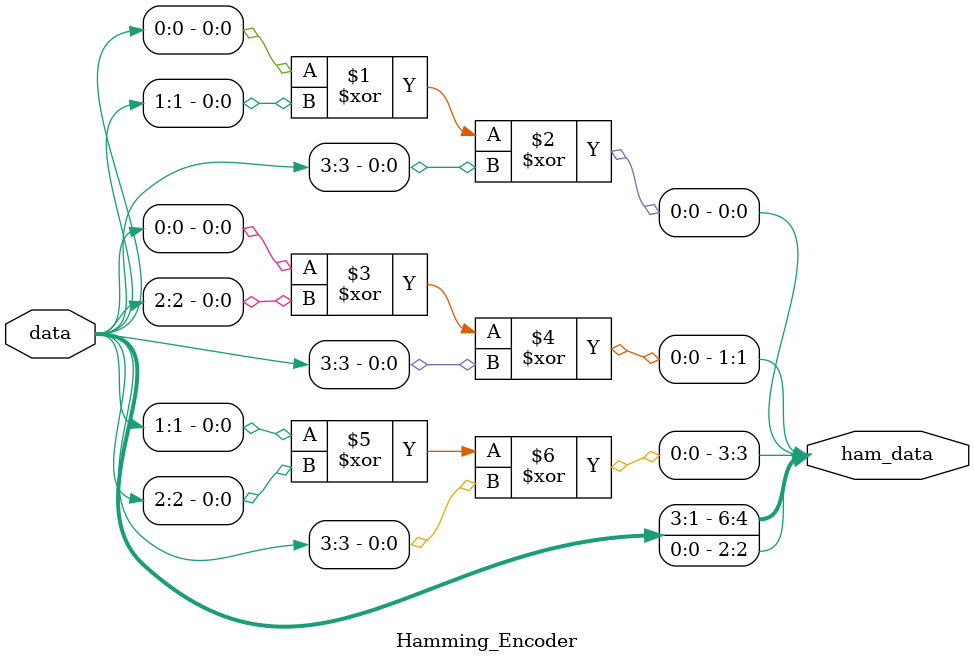
<source format=v>
`timescale 1ns / 1ps

module Hamming_Encoder(
    input  [3:0] data,
    output [6:0] ham_data
);

    assign ham_data[0] = data[0] ^ data[1] ^ data[3]; 
    assign ham_data[1] = data[0] ^ data[2] ^ data[3]; 
    assign ham_data[3] = data[1] ^ data[2] ^ data[3]; 

    assign ham_data[2] = data[0];
    assign ham_data[4] = data[1];
    assign ham_data[5] = data[2];
    assign ham_data[6] = data[3];

endmodule


</source>
